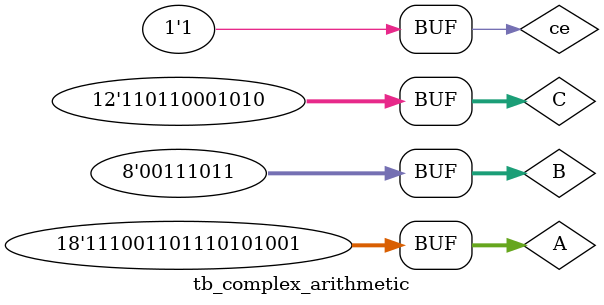
<source format=v>
`timescale 1ns / 1ps

module tb_complex_arithmetic
    (
    );
    wire signed [17:0] A = 18'h39ba9;
    wire signed [7:0] B = 8'h3b;
    wire signed [11:0] C = 12'hd8a;

    wire signed [30:0] Y;
    
    wire clk;
    wire ce = 1'b1;
    
    stimulate stim
    (
        .clk(clk)
    );
    
    complex_arithmetic arith
    (
        .clk(clk),
        .ce(ce),
        .A(A),
        .B(B),
        .C(C),
        .Y(Y)
    );
endmodule

</source>
